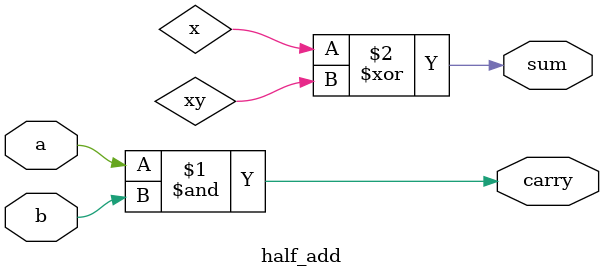
<source format=v>
`timescale 1ns / 1ps


module half_add(a, b, sum,carry);
input a,b;
output sum,carry;

and and01(carry, a,b);
xor xor01(sum,x,xy);
endmodule

</source>
